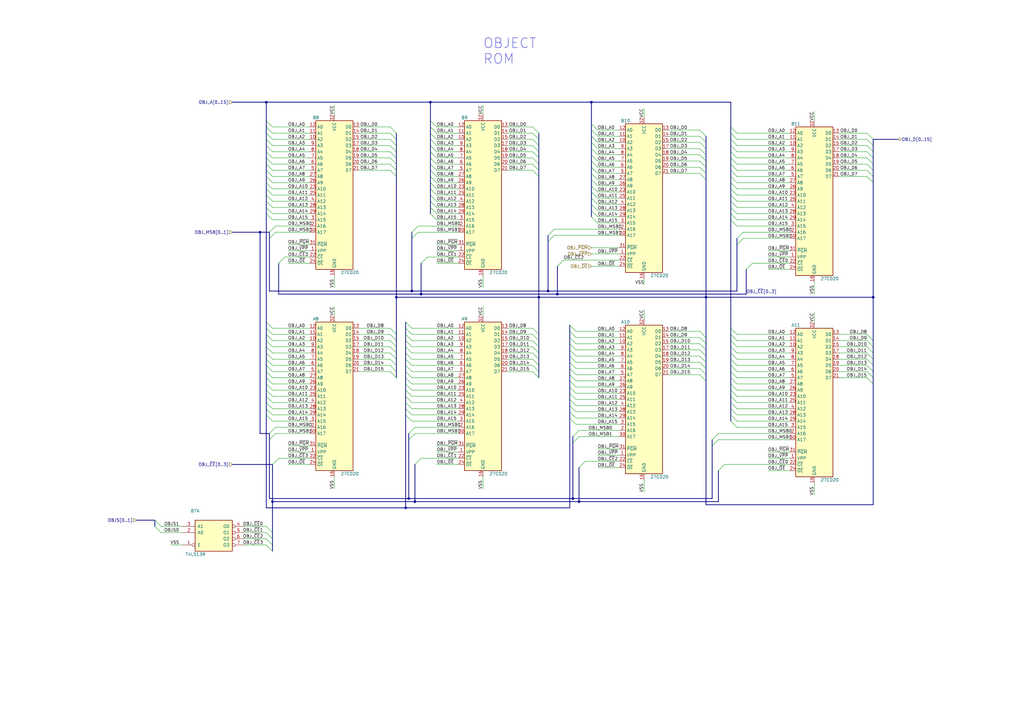
<source format=kicad_sch>
(kicad_sch (version 20211123) (generator eeschema)
  (paper "A3")
  (title_block (title "System 18") (date "2022-03-18") (rev "José Tejada G.") (company "JOTEGO") (comment 1 "Esperanza Triana"))
  (junction (at 176.53 41.91))
  (junction (at 170.18 205.74))
  (junction (at 228.6 120.65))
  (junction (at 242.57 41.91))
  (junction (at 162.56 121.92))
  (junction (at 111.76 205.74))
  (junction (at 106.68 95.25))
  (junction (at 234.95 204.47))
  (junction (at 172.72 120.65))
  (junction (at 224.79 119.38))
  (junction (at 220.98 121.92))
  (junction (at 109.22 41.91))
  (junction (at 289.56 121.92))
  (junction (at 358.14 121.92))
  (junction (at 166.37 208.28))
  (junction (at 167.64 204.47))
  (junction (at 237.49 205.74))
  (junction (at 168.91 119.38))
  (bus_entry (at 299.72 57.15) (size 2.54 2.54))
  (bus_entry (at 299.72 144.78) (size 2.54 2.54))
  (bus_entry (at 109.22 80.01) (size 2.54 2.54))
  (bus_entry (at 176.53 64.77) (size 2.54 2.54))
  (bus_entry (at 109.22 49.53) (size 2.54 2.54))
  (bus_entry (at 111.76 190.5) (size 2.54 -2.54))
  (bus_entry (at 176.53 57.15) (size 2.54 2.54))
  (bus_entry (at 355.6 137.16) (size 2.54 2.54))
  (bus_entry (at 242.57 55.88) (size 2.54 2.54))
  (bus_entry (at 109.22 220.98) (size 2.54 2.54))
  (bus_entry (at 287.02 66.04) (size 2.54 2.54))
  (bus_entry (at 109.22 160.02) (size 2.54 2.54))
  (bus_entry (at 233.68 153.67) (size 2.54 2.54))
  (bus_entry (at 233.68 138.43) (size 2.54 2.54))
  (bus_entry (at 176.53 77.47) (size 2.54 2.54))
  (bus_entry (at 287.02 138.43) (size 2.54 2.54))
  (bus_entry (at 233.68 135.89) (size 2.54 2.54))
  (bus_entry (at 355.6 149.86) (size 2.54 2.54))
  (bus_entry (at 109.22 82.55) (size 2.54 2.54))
  (bus_entry (at 355.6 147.32) (size 2.54 2.54))
  (bus_entry (at 233.68 161.29) (size 2.54 2.54))
  (bus_entry (at 160.02 64.77) (size 2.54 2.54))
  (bus_entry (at 114.3 107.95) (size 2.54 -2.54))
  (bus_entry (at 166.37 147.32) (size 2.54 2.54))
  (bus_entry (at 166.37 139.7) (size 2.54 2.54))
  (bus_entry (at 287.02 143.51) (size 2.54 2.54))
  (bus_entry (at 299.72 152.4) (size 2.54 2.54))
  (bus_entry (at 218.44 54.61) (size 2.54 2.54))
  (bus_entry (at 109.22 57.15) (size 2.54 2.54))
  (bus_entry (at 166.37 167.64) (size 2.54 2.54))
  (bus_entry (at 109.22 149.86) (size 2.54 2.54))
  (bus_entry (at 299.72 87.63) (size 2.54 2.54))
  (bus_entry (at 160.02 67.31) (size 2.54 2.54))
  (bus_entry (at 299.72 67.31) (size 2.54 2.54))
  (bus_entry (at 218.44 67.31) (size 2.54 2.54))
  (bus_entry (at 355.6 152.4) (size 2.54 2.54))
  (bus_entry (at 166.37 137.16) (size 2.54 2.54))
  (bus_entry (at 242.57 71.12) (size 2.54 2.54))
  (bus_entry (at 109.22 85.09) (size 2.54 2.54))
  (bus_entry (at 109.22 218.44) (size 2.54 2.54))
  (bus_entry (at 160.02 57.15) (size 2.54 2.54))
  (bus_entry (at 355.6 59.69) (size 2.54 2.54))
  (bus_entry (at 299.72 154.94) (size 2.54 2.54))
  (bus_entry (at 224.79 96.52) (size 2.54 -2.54))
  (bus_entry (at 160.02 62.23) (size 2.54 2.54))
  (bus_entry (at 299.72 142.24) (size 2.54 2.54))
  (bus_entry (at 287.02 153.67) (size 2.54 2.54))
  (bus_entry (at 287.02 58.42) (size 2.54 2.54))
  (bus_entry (at 160.02 69.85) (size 2.54 2.54))
  (bus_entry (at 233.68 148.59) (size 2.54 2.54))
  (bus_entry (at 176.53 59.69) (size 2.54 2.54))
  (bus_entry (at 218.44 57.15) (size 2.54 2.54))
  (bus_entry (at 176.53 62.23) (size 2.54 2.54))
  (bus_entry (at 109.22 67.31) (size 2.54 2.54))
  (bus_entry (at 166.37 152.4) (size 2.54 2.54))
  (bus_entry (at 218.44 137.16) (size 2.54 2.54))
  (bus_entry (at 109.22 137.16) (size 2.54 2.54))
  (bus_entry (at 233.68 143.51) (size 2.54 2.54))
  (bus_entry (at 110.49 95.25) (size 2.54 -2.54))
  (bus_entry (at 299.72 165.1) (size 2.54 2.54))
  (bus_entry (at 176.53 72.39) (size 2.54 2.54))
  (bus_entry (at 218.44 149.86) (size 2.54 2.54))
  (bus_entry (at 242.57 73.66) (size 2.54 2.54))
  (bus_entry (at 299.72 172.72) (size 2.54 2.54))
  (bus_entry (at 302.26 100.33) (size 2.54 -2.54))
  (bus_entry (at 109.22 74.93) (size 2.54 2.54))
  (bus_entry (at 168.91 95.25) (size 2.54 -2.54))
  (bus_entry (at 160.02 147.32) (size 2.54 2.54))
  (bus_entry (at 109.22 72.39) (size 2.54 2.54))
  (bus_entry (at 242.57 66.04) (size 2.54 2.54))
  (bus_entry (at 172.72 107.95) (size 2.54 -2.54))
  (bus_entry (at 234.95 179.07) (size 2.54 -2.54))
  (bus_entry (at 287.02 148.59) (size 2.54 2.54))
  (bus_entry (at 237.49 191.77) (size 2.54 -2.54))
  (bus_entry (at 242.57 60.96) (size 2.54 2.54))
  (bus_entry (at 166.37 142.24) (size 2.54 2.54))
  (bus_entry (at 160.02 52.07) (size 2.54 2.54))
  (bus_entry (at 299.72 74.93) (size 2.54 2.54))
  (bus_entry (at 233.68 151.13) (size 2.54 2.54))
  (bus_entry (at 302.26 97.79) (size 2.54 -2.54))
  (bus_entry (at 176.53 67.31) (size 2.54 2.54))
  (bus_entry (at 287.02 135.89) (size 2.54 2.54))
  (bus_entry (at 287.02 60.96) (size 2.54 2.54))
  (bus_entry (at 176.53 52.07) (size 2.54 2.54))
  (bus_entry (at 109.22 139.7) (size 2.54 2.54))
  (bus_entry (at 176.53 80.01) (size 2.54 2.54))
  (bus_entry (at 299.72 134.62) (size 2.54 2.54))
  (bus_entry (at 160.02 59.69) (size 2.54 2.54))
  (bus_entry (at 355.6 144.78) (size 2.54 2.54))
  (bus_entry (at 355.6 69.85) (size 2.54 2.54))
  (bus_entry (at 166.37 149.86) (size 2.54 2.54))
  (bus_entry (at 109.22 147.32) (size 2.54 2.54))
  (bus_entry (at 166.37 144.78) (size 2.54 2.54))
  (bus_entry (at 109.22 152.4) (size 2.54 2.54))
  (bus_entry (at 110.49 97.79) (size 2.54 -2.54))
  (bus_entry (at 233.68 168.91) (size 2.54 2.54))
  (bus_entry (at 110.49 177.8) (size 2.54 -2.54))
  (bus_entry (at 176.53 49.53) (size 2.54 2.54))
  (bus_entry (at 299.72 162.56) (size 2.54 2.54))
  (bus_entry (at 167.64 177.8) (size 2.54 -2.54))
  (bus_entry (at 224.79 99.06) (size 2.54 -2.54))
  (bus_entry (at 355.6 54.61) (size 2.54 2.54))
  (bus_entry (at 355.6 154.94) (size 2.54 2.54))
  (bus_entry (at 233.68 146.05) (size 2.54 2.54))
  (bus_entry (at 160.02 142.24) (size 2.54 2.54))
  (bus_entry (at 218.44 62.23) (size 2.54 2.54))
  (bus_entry (at 218.44 59.69) (size 2.54 2.54))
  (bus_entry (at 292.1 180.34) (size 2.54 -2.54))
  (bus_entry (at 109.22 223.52) (size 2.54 2.54))
  (bus_entry (at 299.72 85.09) (size 2.54 2.54))
  (bus_entry (at 355.6 64.77) (size 2.54 2.54))
  (bus_entry (at 299.72 72.39) (size 2.54 2.54))
  (bus_entry (at 242.57 68.58) (size 2.54 2.54))
  (bus_entry (at 287.02 55.88) (size 2.54 2.54))
  (bus_entry (at 355.6 62.23) (size 2.54 2.54))
  (bus_entry (at 299.72 157.48) (size 2.54 2.54))
  (bus_entry (at 109.22 144.78) (size 2.54 2.54))
  (bus_entry (at 228.6 109.22) (size 2.54 -2.54))
  (bus_entry (at 242.57 76.2) (size 2.54 2.54))
  (bus_entry (at 109.22 162.56) (size 2.54 2.54))
  (bus_entry (at 109.22 87.63) (size 2.54 2.54))
  (bus_entry (at 299.72 149.86) (size 2.54 2.54))
  (bus_entry (at 166.37 165.1) (size 2.54 2.54))
  (bus_entry (at 170.18 190.5) (size 2.54 -2.54))
  (bus_entry (at 160.02 137.16) (size 2.54 2.54))
  (bus_entry (at 63.5 215.9) (size 2.54 2.54))
  (bus_entry (at 218.44 147.32) (size 2.54 2.54))
  (bus_entry (at 287.02 146.05) (size 2.54 2.54))
  (bus_entry (at 109.22 215.9) (size 2.54 2.54))
  (bus_entry (at 218.44 64.77) (size 2.54 2.54))
  (bus_entry (at 287.02 63.5) (size 2.54 2.54))
  (bus_entry (at 233.68 156.21) (size 2.54 2.54))
  (bus_entry (at 109.22 62.23) (size 2.54 2.54))
  (bus_entry (at 299.72 90.17) (size 2.54 2.54))
  (bus_entry (at 218.44 52.07) (size 2.54 2.54))
  (bus_entry (at 242.57 53.34) (size 2.54 2.54))
  (bus_entry (at 218.44 152.4) (size 2.54 2.54))
  (bus_entry (at 299.72 170.18) (size 2.54 2.54))
  (bus_entry (at 242.57 86.36) (size 2.54 2.54))
  (bus_entry (at 306.07 110.49) (size 2.54 -2.54))
  (bus_entry (at 218.44 69.85) (size 2.54 2.54))
  (bus_entry (at 234.95 181.61) (size 2.54 -2.54))
  (bus_entry (at 233.68 163.83) (size 2.54 2.54))
  (bus_entry (at 109.22 77.47) (size 2.54 2.54))
  (bus_entry (at 166.37 134.62) (size 2.54 2.54))
  (bus_entry (at 109.22 59.69) (size 2.54 2.54))
  (bus_entry (at 355.6 139.7) (size 2.54 2.54))
  (bus_entry (at 109.22 157.48) (size 2.54 2.54))
  (bus_entry (at 109.22 154.94) (size 2.54 2.54))
  (bus_entry (at 160.02 134.62) (size 2.54 2.54))
  (bus_entry (at 166.37 160.02) (size 2.54 2.54))
  (bus_entry (at 287.02 53.34) (size 2.54 2.54))
  (bus_entry (at 355.6 72.39) (size 2.54 2.54))
  (bus_entry (at 299.72 54.61) (size 2.54 2.54))
  (bus_entry (at 168.91 97.79) (size 2.54 -2.54))
  (bus_entry (at 233.68 166.37) (size 2.54 2.54))
  (bus_entry (at 176.53 85.09) (size 2.54 2.54))
  (bus_entry (at 176.53 69.85) (size 2.54 2.54))
  (bus_entry (at 242.57 78.74) (size 2.54 2.54))
  (bus_entry (at 63.5 213.36) (size 2.54 2.54))
  (bus_entry (at 109.22 54.61) (size 2.54 2.54))
  (bus_entry (at 109.22 134.62) (size 2.54 2.54))
  (bus_entry (at 299.72 160.02) (size 2.54 2.54))
  (bus_entry (at 299.72 139.7) (size 2.54 2.54))
  (bus_entry (at 109.22 167.64) (size 2.54 2.54))
  (bus_entry (at 160.02 139.7) (size 2.54 2.54))
  (bus_entry (at 166.37 132.08) (size 2.54 2.54))
  (bus_entry (at 109.22 142.24) (size 2.54 2.54))
  (bus_entry (at 176.53 54.61) (size 2.54 2.54))
  (bus_entry (at 242.57 50.8) (size 2.54 2.54))
  (bus_entry (at 218.44 139.7) (size 2.54 2.54))
  (bus_entry (at 299.72 59.69) (size 2.54 2.54))
  (bus_entry (at 355.6 142.24) (size 2.54 2.54))
  (bus_entry (at 287.02 68.58) (size 2.54 2.54))
  (bus_entry (at 160.02 149.86) (size 2.54 2.54))
  (bus_entry (at 299.72 82.55) (size 2.54 2.54))
  (bus_entry (at 109.22 170.18) (size 2.54 2.54))
  (bus_entry (at 160.02 54.61) (size 2.54 2.54))
  (bus_entry (at 166.37 162.56) (size 2.54 2.54))
  (bus_entry (at 176.53 74.93) (size 2.54 2.54))
  (bus_entry (at 109.22 52.07) (size 2.54 2.54))
  (bus_entry (at 242.57 81.28) (size 2.54 2.54))
  (bus_entry (at 233.68 140.97) (size 2.54 2.54))
  (bus_entry (at 166.37 170.18) (size 2.54 2.54))
  (bus_entry (at 166.37 157.48) (size 2.54 2.54))
  (bus_entry (at 160.02 152.4) (size 2.54 2.54))
  (bus_entry (at 299.72 77.47) (size 2.54 2.54))
  (bus_entry (at 299.72 62.23) (size 2.54 2.54))
  (bus_entry (at 299.72 147.32) (size 2.54 2.54))
  (bus_entry (at 109.22 69.85) (size 2.54 2.54))
  (bus_entry (at 242.57 63.5) (size 2.54 2.54))
  (bus_entry (at 160.02 144.78) (size 2.54 2.54))
  (bus_entry (at 294.64 193.04) (size 2.54 -2.54))
  (bus_entry (at 109.22 64.77) (size 2.54 2.54))
  (bus_entry (at 166.37 154.94) (size 2.54 2.54))
  (bus_entry (at 233.68 171.45) (size 2.54 2.54))
  (bus_entry (at 218.44 134.62) (size 2.54 2.54))
  (bus_entry (at 299.72 52.07) (size 2.54 2.54))
  (bus_entry (at 287.02 140.97) (size 2.54 2.54))
  (bus_entry (at 299.72 137.16) (size 2.54 2.54))
  (bus_entry (at 233.68 158.75) (size 2.54 2.54))
  (bus_entry (at 242.57 83.82) (size 2.54 2.54))
  (bus_entry (at 292.1 182.88) (size 2.54 -2.54))
  (bus_entry (at 355.6 67.31) (size 2.54 2.54))
  (bus_entry (at 287.02 151.13) (size 2.54 2.54))
  (bus_entry (at 287.02 71.12) (size 2.54 2.54))
  (bus_entry (at 299.72 64.77) (size 2.54 2.54))
  (bus_entry (at 242.57 58.42) (size 2.54 2.54))
  (bus_entry (at 167.64 180.34) (size 2.54 -2.54))
  (bus_entry (at 299.72 167.64) (size 2.54 2.54))
  (bus_entry (at 109.22 132.08) (size 2.54 2.54))
  (bus_entry (at 355.6 57.15) (size 2.54 2.54))
  (bus_entry (at 110.49 180.34) (size 2.54 -2.54))
  (bus_entry (at 299.72 69.85) (size 2.54 2.54))
  (bus_entry (at 233.68 133.35) (size 2.54 2.54))
  (bus_entry (at 242.57 88.9) (size 2.54 2.54))
  (bus_entry (at 218.44 144.78) (size 2.54 2.54))
  (bus_entry (at 176.53 82.55) (size 2.54 2.54))
  (bus_entry (at 299.72 80.01) (size 2.54 2.54))
  (bus_entry (at 109.22 165.1) (size 2.54 2.54))
  (bus_entry (at 176.53 87.63) (size 2.54 2.54))
  (bus_entry (at 218.44 142.24) (size 2.54 2.54))
  (bus (pts (xy 109.22 80.01) (xy 109.22 82.55)))
  (wire (pts (xy 302.26 149.86) (xy 323.85 149.86)))
  (bus (pts (xy 299.72 82.55) (xy 299.72 85.09)))
  (wire (pts (xy 302.26 172.72) (xy 323.85 172.72)))
  (bus (pts (xy 162.56 137.16) (xy 162.56 139.7)))
  (wire (pts (xy 127 102.87) (xy 118.11 102.87)))
  (bus (pts (xy 224.79 119.38) (xy 302.26 119.38)))
  (bus (pts (xy 289.56 73.66) (xy 289.56 121.92)))
  (bus (pts (xy 109.22 137.16) (xy 109.22 139.7)))
  (bus (pts (xy 220.98 149.86) (xy 220.98 152.4)))
  (bus (pts (xy 292.1 180.34) (xy 292.1 182.88)))
  (bus (pts (xy 110.49 177.8) (xy 106.68 177.8)))
  (bus (pts (xy 358.14 64.77) (xy 358.14 67.31)))
  (bus (pts (xy 228.6 120.65) (xy 228.6 109.22)))
  (bus (pts (xy 162.56 149.86) (xy 162.56 152.4)))
  (wire (pts (xy 334.01 115.57) (xy 334.01 120.65)))
  (bus (pts (xy 109.22 134.62) (xy 109.22 137.16)))
  (wire (pts (xy 100.33 220.98) (xy 109.22 220.98)))
  (wire (pts (xy 323.85 185.42) (xy 314.96 185.42)))
  (bus (pts (xy 358.14 57.15) (xy 358.14 59.69)))
  (wire (pts (xy 168.91 167.64) (xy 187.96 167.64)))
  (bus (pts (xy 242.57 60.96) (xy 242.57 63.5)))
  (bus (pts (xy 170.18 205.74) (xy 111.76 205.74)))
  (wire (pts (xy 242.57 101.6) (xy 254 101.6)))
  (bus (pts (xy 162.56 64.77) (xy 162.56 67.31)))
  (wire (pts (xy 168.91 172.72) (xy 187.96 172.72)))
  (wire (pts (xy 118.11 107.95) (xy 127 107.95)))
  (wire (pts (xy 302.26 67.31) (xy 323.85 67.31)))
  (bus (pts (xy 166.37 152.4) (xy 166.37 154.94)))
  (bus (pts (xy 220.98 62.23) (xy 220.98 64.77)))
  (bus (pts (xy 166.37 149.86) (xy 166.37 152.4)))
  (wire (pts (xy 355.6 147.32) (xy 344.17 147.32)))
  (wire (pts (xy 179.07 82.55) (xy 187.96 82.55)))
  (bus (pts (xy 109.22 52.07) (xy 109.22 54.61)))
  (bus (pts (xy 170.18 205.74) (xy 170.18 190.5)))
  (wire (pts (xy 287.02 148.59) (xy 274.32 148.59)))
  (bus (pts (xy 299.72 152.4) (xy 299.72 154.94)))
  (bus (pts (xy 242.57 66.04) (xy 242.57 68.58)))
  (bus (pts (xy 299.72 57.15) (xy 299.72 59.69)))
  (wire (pts (xy 168.91 152.4) (xy 187.96 152.4)))
  (bus (pts (xy 162.56 152.4) (xy 162.56 154.94)))
  (wire (pts (xy 160.02 52.07) (xy 147.32 52.07)))
  (bus (pts (xy 63.5 215.9) (xy 63.5 213.36)))
  (wire (pts (xy 171.45 92.71) (xy 187.96 92.71)))
  (wire (pts (xy 118.11 190.5) (xy 127 190.5)))
  (bus (pts (xy 289.56 58.42) (xy 289.56 60.96)))
  (wire (pts (xy 264.16 48.26) (xy 264.16 44.45)))
  (wire (pts (xy 187.96 102.87) (xy 179.07 102.87)))
  (wire (pts (xy 287.02 66.04) (xy 274.32 66.04)))
  (wire (pts (xy 111.76 90.17) (xy 127 90.17)))
  (wire (pts (xy 236.22 158.75) (xy 254 158.75)))
  (bus (pts (xy 220.98 59.69) (xy 220.98 62.23)))
  (wire (pts (xy 74.93 218.44) (xy 66.04 218.44)))
  (bus (pts (xy 109.22 69.85) (xy 109.22 72.39)))
  (bus (pts (xy 166.37 170.18) (xy 166.37 208.28)))
  (wire (pts (xy 245.11 88.9) (xy 254 88.9)))
  (wire (pts (xy 236.22 146.05) (xy 254 146.05)))
  (bus (pts (xy 299.72 162.56) (xy 299.72 165.1)))
  (bus (pts (xy 109.22 142.24) (xy 109.22 144.78)))
  (wire (pts (xy 198.12 195.58) (xy 198.12 200.66)))
  (wire (pts (xy 168.91 144.78) (xy 187.96 144.78)))
  (wire (pts (xy 302.26 142.24) (xy 323.85 142.24)))
  (bus (pts (xy 358.14 62.23) (xy 358.14 64.77)))
  (bus (pts (xy 109.22 165.1) (xy 109.22 167.64)))
  (wire (pts (xy 236.22 173.99) (xy 254 173.99)))
  (wire (pts (xy 111.76 152.4) (xy 127 152.4)))
  (wire (pts (xy 168.91 170.18) (xy 187.96 170.18)))
  (wire (pts (xy 236.22 156.21) (xy 254 156.21)))
  (bus (pts (xy 224.79 96.52) (xy 224.79 99.06)))
  (bus (pts (xy 358.14 139.7) (xy 358.14 142.24)))
  (wire (pts (xy 168.91 142.24) (xy 187.96 142.24)))
  (bus (pts (xy 289.56 156.21) (xy 289.56 207.01)))
  (wire (pts (xy 287.02 71.12) (xy 274.32 71.12)))
  (wire (pts (xy 245.11 73.66) (xy 254 73.66)))
  (bus (pts (xy 358.14 157.48) (xy 358.14 207.01)))
  (wire (pts (xy 302.26 92.71) (xy 323.85 92.71)))
  (bus (pts (xy 176.53 80.01) (xy 176.53 82.55)))
  (bus (pts (xy 109.22 160.02) (xy 109.22 162.56)))
  (bus (pts (xy 109.22 82.55) (xy 109.22 85.09)))
  (wire (pts (xy 127 182.88) (xy 118.11 182.88)))
  (wire (pts (xy 237.49 179.07) (xy 254 179.07)))
  (wire (pts (xy 160.02 64.77) (xy 147.32 64.77)))
  (wire (pts (xy 170.18 177.8) (xy 187.96 177.8)))
  (bus (pts (xy 299.72 139.7) (xy 299.72 142.24)))
  (bus (pts (xy 162.56 144.78) (xy 162.56 147.32)))
  (wire (pts (xy 127 185.42) (xy 118.11 185.42)))
  (wire (pts (xy 236.22 168.91) (xy 254 168.91)))
  (wire (pts (xy 218.44 152.4) (xy 208.28 152.4)))
  (bus (pts (xy 111.76 205.74) (xy 111.76 190.5)))
  (wire (pts (xy 245.11 83.82) (xy 254 83.82)))
  (wire (pts (xy 160.02 69.85) (xy 147.32 69.85)))
  (wire (pts (xy 137.16 113.03) (xy 137.16 118.11)))
  (wire (pts (xy 302.26 139.7) (xy 323.85 139.7)))
  (wire (pts (xy 111.76 87.63) (xy 127 87.63)))
  (bus (pts (xy 299.72 72.39) (xy 299.72 74.93)))
  (wire (pts (xy 160.02 152.4) (xy 147.32 152.4)))
  (wire (pts (xy 168.91 160.02) (xy 187.96 160.02)))
  (bus (pts (xy 234.95 181.61) (xy 234.95 204.47)))
  (wire (pts (xy 100.33 218.44) (xy 109.22 218.44)))
  (bus (pts (xy 109.22 64.77) (xy 109.22 67.31)))
  (wire (pts (xy 218.44 67.31) (xy 208.28 67.31)))
  (wire (pts (xy 236.22 138.43) (xy 254 138.43)))
  (wire (pts (xy 236.22 148.59) (xy 254 148.59)))
  (bus (pts (xy 299.72 59.69) (xy 299.72 62.23)))
  (wire (pts (xy 179.07 64.77) (xy 187.96 64.77)))
  (wire (pts (xy 302.26 167.64) (xy 323.85 167.64)))
  (wire (pts (xy 302.26 170.18) (xy 323.85 170.18)))
  (bus (pts (xy 289.56 151.13) (xy 289.56 153.67)))
  (bus (pts (xy 233.68 148.59) (xy 233.68 151.13)))
  (bus (pts (xy 289.56 68.58) (xy 289.56 71.12)))
  (bus (pts (xy 358.14 147.32) (xy 358.14 149.86)))
  (wire (pts (xy 302.26 72.39) (xy 323.85 72.39)))
  (wire (pts (xy 127 100.33) (xy 118.11 100.33)))
  (bus (pts (xy 176.53 74.93) (xy 176.53 77.47)))
  (bus (pts (xy 220.98 54.61) (xy 220.98 57.15)))
  (bus (pts (xy 111.76 218.44) (xy 111.76 220.98)))
  (bus (pts (xy 162.56 59.69) (xy 162.56 62.23)))
  (wire (pts (xy 355.6 69.85) (xy 344.17 69.85)))
  (wire (pts (xy 287.02 60.96) (xy 274.32 60.96)))
  (wire (pts (xy 111.76 67.31) (xy 127 67.31)))
  (bus (pts (xy 233.68 158.75) (xy 233.68 161.29)))
  (bus (pts (xy 176.53 69.85) (xy 176.53 72.39)))
  (wire (pts (xy 111.76 157.48) (xy 127 157.48)))
  (bus (pts (xy 220.98 121.92) (xy 289.56 121.92)))
  (wire (pts (xy 111.76 142.24) (xy 127 142.24)))
  (bus (pts (xy 299.72 157.48) (xy 299.72 160.02)))
  (bus (pts (xy 109.22 62.23) (xy 109.22 64.77)))
  (wire (pts (xy 74.93 223.52) (xy 69.85 223.52)))
  (bus (pts (xy 299.72 62.23) (xy 299.72 64.77)))
  (bus (pts (xy 162.56 69.85) (xy 162.56 72.39)))
  (bus (pts (xy 172.72 120.65) (xy 172.72 107.95)))
  (wire (pts (xy 355.6 137.16) (xy 344.17 137.16)))
  (wire (pts (xy 179.07 190.5) (xy 187.96 190.5)))
  (bus (pts (xy 299.72 80.01) (xy 299.72 82.55)))
  (wire (pts (xy 160.02 62.23) (xy 147.32 62.23)))
  (wire (pts (xy 302.26 147.32) (xy 323.85 147.32)))
  (wire (pts (xy 111.76 160.02) (xy 127 160.02)))
  (bus (pts (xy 109.22 54.61) (xy 109.22 57.15)))
  (bus (pts (xy 299.72 74.93) (xy 299.72 77.47)))
  (wire (pts (xy 302.26 64.77) (xy 323.85 64.77)))
  (wire (pts (xy 168.91 162.56) (xy 187.96 162.56)))
  (bus (pts (xy 162.56 67.31) (xy 162.56 69.85)))
  (bus (pts (xy 233.68 171.45) (xy 233.68 208.28)))
  (wire (pts (xy 160.02 149.86) (xy 147.32 149.86)))
  (bus (pts (xy 220.98 144.78) (xy 220.98 147.32)))
  (bus (pts (xy 106.68 95.25) (xy 106.68 177.8)))
  (wire (pts (xy 175.26 105.41) (xy 187.96 105.41)))
  (bus (pts (xy 162.56 121.92) (xy 162.56 137.16)))
  (bus (pts (xy 162.56 72.39) (xy 162.56 121.92)))
  (wire (pts (xy 302.26 74.93) (xy 323.85 74.93)))
  (bus (pts (xy 299.72 170.18) (xy 299.72 172.72)))
  (wire (pts (xy 355.6 144.78) (xy 344.17 144.78)))
  (wire (pts (xy 218.44 62.23) (xy 208.28 62.23)))
  (bus (pts (xy 289.56 60.96) (xy 289.56 63.5)))
  (wire (pts (xy 218.44 142.24) (xy 208.28 142.24)))
  (bus (pts (xy 242.57 81.28) (xy 242.57 83.82)))
  (wire (pts (xy 179.07 90.17) (xy 187.96 90.17)))
  (wire (pts (xy 218.44 134.62) (xy 208.28 134.62)))
  (wire (pts (xy 236.22 151.13) (xy 254 151.13)))
  (wire (pts (xy 218.44 57.15) (xy 208.28 57.15)))
  (bus (pts (xy 166.37 165.1) (xy 166.37 167.64)))
  (wire (pts (xy 218.44 149.86) (xy 208.28 149.86)))
  (bus (pts (xy 109.22 87.63) (xy 109.22 132.08)))
  (wire (pts (xy 245.11 55.88) (xy 254 55.88)))
  (bus (pts (xy 242.57 71.12) (xy 242.57 73.66)))
  (wire (pts (xy 109.22 223.52) (xy 100.33 223.52)))
  (bus (pts (xy 176.53 82.55) (xy 176.53 85.09)))
  (bus (pts (xy 109.22 170.18) (xy 109.22 208.28)))
  (bus (pts (xy 289.56 207.01) (xy 358.14 207.01)))
  (bus (pts (xy 166.37 134.62) (xy 166.37 137.16)))
  (wire (pts (xy 111.76 57.15) (xy 127 57.15)))
  (wire (pts (xy 236.22 143.51) (xy 254 143.51)))
  (bus (pts (xy 292.1 182.88) (xy 292.1 204.47)))
  (bus (pts (xy 111.76 190.5) (xy 95.25 190.5)))
  (wire (pts (xy 111.76 77.47) (xy 127 77.47)))
  (wire (pts (xy 227.33 93.98) (xy 254 93.98)))
  (wire (pts (xy 302.26 152.4) (xy 323.85 152.4)))
  (bus (pts (xy 233.68 166.37) (xy 233.68 168.91)))
  (bus (pts (xy 109.22 149.86) (xy 109.22 152.4)))
  (bus (pts (xy 233.68 156.21) (xy 233.68 158.75)))
  (wire (pts (xy 323.85 102.87) (xy 314.96 102.87)))
  (bus (pts (xy 242.57 68.58) (xy 242.57 71.12)))
  (bus (pts (xy 176.53 72.39) (xy 176.53 74.93)))
  (wire (pts (xy 111.76 59.69) (xy 127 59.69)))
  (bus (pts (xy 109.22 152.4) (xy 109.22 154.94)))
  (bus (pts (xy 299.72 134.62) (xy 299.72 137.16)))
  (bus (pts (xy 233.68 143.51) (xy 233.68 146.05)))
  (wire (pts (xy 137.16 195.58) (xy 137.16 200.66)))
  (wire (pts (xy 111.76 80.01) (xy 127 80.01)))
  (wire (pts (xy 240.03 189.23) (xy 254 189.23)))
  (wire (pts (xy 160.02 137.16) (xy 147.32 137.16)))
  (wire (pts (xy 302.26 57.15) (xy 323.85 57.15)))
  (bus (pts (xy 166.37 139.7) (xy 166.37 142.24)))
  (wire (pts (xy 245.11 86.36) (xy 254 86.36)))
  (wire (pts (xy 137.16 129.54) (xy 137.16 125.73)))
  (wire (pts (xy 287.02 68.58) (xy 274.32 68.58)))
  (wire (pts (xy 302.26 162.56) (xy 323.85 162.56)))
  (bus (pts (xy 109.22 72.39) (xy 109.22 74.93)))
  (bus (pts (xy 220.98 69.85) (xy 220.98 72.39)))
  (bus (pts (xy 242.57 76.2) (xy 242.57 78.74)))
  (wire (pts (xy 231.14 106.68) (xy 254 106.68)))
  (wire (pts (xy 111.76 74.93) (xy 127 74.93)))
  (bus (pts (xy 220.98 72.39) (xy 220.98 121.92)))
  (wire (pts (xy 237.49 176.53) (xy 254 176.53)))
  (wire (pts (xy 111.76 172.72) (xy 127 172.72)))
  (bus (pts (xy 242.57 63.5) (xy 242.57 66.04)))
  (wire (pts (xy 334.01 49.53) (xy 334.01 45.72)))
  (wire (pts (xy 187.96 182.88) (xy 179.07 182.88)))
  (wire (pts (xy 111.76 85.09) (xy 127 85.09)))
  (wire (pts (xy 113.03 177.8) (xy 127 177.8)))
  (bus (pts (xy 109.22 74.93) (xy 109.22 77.47)))
  (bus (pts (xy 289.56 121.92) (xy 358.14 121.92)))
  (bus (pts (xy 220.98 147.32) (xy 220.98 149.86)))
  (bus (pts (xy 358.14 149.86) (xy 358.14 152.4)))
  (wire (pts (xy 264.16 130.81) (xy 264.16 127)))
  (wire (pts (xy 168.91 137.16) (xy 187.96 137.16)))
  (wire (pts (xy 242.57 109.22) (xy 254 109.22)))
  (bus (pts (xy 237.49 205.74) (xy 237.49 191.77)))
  (bus (pts (xy 162.56 139.7) (xy 162.56 142.24)))
  (bus (pts (xy 242.57 73.66) (xy 242.57 76.2)))
  (wire (pts (xy 302.26 54.61) (xy 323.85 54.61)))
  (bus (pts (xy 242.57 58.42) (xy 242.57 60.96)))
  (bus (pts (xy 168.91 95.25) (xy 168.91 97.79)))
  (wire (pts (xy 170.18 175.26) (xy 187.96 175.26)))
  (bus (pts (xy 233.68 161.29) (xy 233.68 163.83)))
  (wire (pts (xy 302.26 62.23) (xy 323.85 62.23)))
  (wire (pts (xy 334.01 132.08) (xy 334.01 128.27)))
  (wire (pts (xy 302.26 77.47) (xy 323.85 77.47)))
  (wire (pts (xy 304.8 97.79) (xy 323.85 97.79)))
  (bus (pts (xy 294.64 205.74) (xy 237.49 205.74)))
  (bus (pts (xy 167.64 177.8) (xy 167.64 180.34)))
  (wire (pts (xy 245.11 91.44) (xy 254 91.44)))
  (bus (pts (xy 176.53 52.07) (xy 176.53 54.61)))
  (wire (pts (xy 111.76 149.86) (xy 127 149.86)))
  (wire (pts (xy 245.11 191.77) (xy 254 191.77)))
  (wire (pts (xy 179.07 67.31) (xy 187.96 67.31)))
  (wire (pts (xy 302.26 59.69) (xy 323.85 59.69)))
  (wire (pts (xy 160.02 57.15) (xy 147.32 57.15)))
  (bus (pts (xy 233.68 140.97) (xy 233.68 143.51)))
  (bus (pts (xy 109.22 41.91) (xy 176.53 41.91)))
  (wire (pts (xy 111.76 137.16) (xy 127 137.16)))
  (wire (pts (xy 168.91 149.86) (xy 187.96 149.86)))
  (bus (pts (xy 162.56 54.61) (xy 162.56 57.15)))
  (bus (pts (xy 299.72 87.63) (xy 299.72 90.17)))
  (bus (pts (xy 233.68 133.35) (xy 233.68 135.89)))
  (bus (pts (xy 302.26 100.33) (xy 302.26 119.38)))
  (bus (pts (xy 220.98 152.4) (xy 220.98 154.94)))
  (bus (pts (xy 234.95 179.07) (xy 234.95 181.61)))
  (wire (pts (xy 304.8 95.25) (xy 323.85 95.25)))
  (bus (pts (xy 110.49 95.25) (xy 106.68 95.25)))
  (wire (pts (xy 245.11 81.28) (xy 254 81.28)))
  (bus (pts (xy 299.72 154.94) (xy 299.72 157.48)))
  (wire (pts (xy 137.16 46.99) (xy 137.16 43.18)))
  (bus (pts (xy 289.56 140.97) (xy 289.56 143.51)))
  (bus (pts (xy 233.68 151.13) (xy 233.68 153.67)))
  (wire (pts (xy 302.26 80.01) (xy 323.85 80.01)))
  (bus (pts (xy 289.56 63.5) (xy 289.56 66.04)))
  (wire (pts (xy 227.33 96.52) (xy 254 96.52)))
  (wire (pts (xy 287.02 138.43) (xy 274.32 138.43)))
  (bus (pts (xy 109.22 57.15) (xy 109.22 59.69)))
  (wire (pts (xy 287.02 63.5) (xy 274.32 63.5)))
  (bus (pts (xy 168.91 97.79) (xy 168.91 119.38)))
  (bus (pts (xy 176.53 77.47) (xy 176.53 80.01)))
  (wire (pts (xy 111.76 72.39) (xy 127 72.39)))
  (bus (pts (xy 167.64 204.47) (xy 234.95 204.47)))
  (bus (pts (xy 306.07 120.65) (xy 306.07 110.49)))
  (wire (pts (xy 168.91 139.7) (xy 187.96 139.7)))
  (wire (pts (xy 302.26 144.78) (xy 323.85 144.78)))
  (wire (pts (xy 245.11 58.42) (xy 254 58.42)))
  (wire (pts (xy 179.07 57.15) (xy 187.96 57.15)))
  (wire (pts (xy 179.07 52.07) (xy 187.96 52.07)))
  (bus (pts (xy 302.26 97.79) (xy 302.26 100.33)))
  (wire (pts (xy 245.11 68.58) (xy 254 68.58)))
  (bus (pts (xy 233.68 146.05) (xy 233.68 148.59)))
  (bus (pts (xy 233.68 135.89) (xy 233.68 138.43)))
  (wire (pts (xy 218.44 69.85) (xy 208.28 69.85)))
  (bus (pts (xy 176.53 57.15) (xy 176.53 59.69)))
  (wire (pts (xy 160.02 54.61) (xy 147.32 54.61)))
  (bus (pts (xy 233.68 138.43) (xy 233.68 140.97)))
  (bus (pts (xy 172.72 120.65) (xy 228.6 120.65)))
  (bus (pts (xy 358.14 144.78) (xy 358.14 147.32)))
  (wire (pts (xy 179.07 77.47) (xy 187.96 77.47)))
  (bus (pts (xy 176.53 41.91) (xy 176.53 49.53)))
  (wire (pts (xy 236.22 163.83) (xy 254 163.83)))
  (wire (pts (xy 242.57 104.14) (xy 254 104.14)))
  (bus (pts (xy 114.3 107.95) (xy 114.3 120.65)))
  (wire (pts (xy 287.02 151.13) (xy 274.32 151.13)))
  (bus (pts (xy 114.3 120.65) (xy 172.72 120.65)))
  (wire (pts (xy 218.44 59.69) (xy 208.28 59.69)))
  (wire (pts (xy 111.76 82.55) (xy 127 82.55)))
  (wire (pts (xy 302.26 165.1) (xy 323.85 165.1)))
  (bus (pts (xy 358.14 121.92) (xy 358.14 139.7)))
  (wire (pts (xy 355.6 149.86) (xy 344.17 149.86)))
  (wire (pts (xy 111.76 54.61) (xy 127 54.61)))
  (bus (pts (xy 166.37 167.64) (xy 166.37 170.18)))
  (wire (pts (xy 302.26 137.16) (xy 323.85 137.16)))
  (bus (pts (xy 242.57 78.74) (xy 242.57 81.28)))
  (wire (pts (xy 236.22 161.29) (xy 254 161.29)))
  (bus (pts (xy 166.37 132.08) (xy 166.37 134.62)))
  (wire (pts (xy 168.91 147.32) (xy 187.96 147.32)))
  (bus (pts (xy 299.72 67.31) (xy 299.72 69.85)))
  (bus (pts (xy 289.56 146.05) (xy 289.56 148.59)))
  (bus (pts (xy 106.68 95.25) (xy 95.25 95.25)))
  (bus (pts (xy 166.37 154.94) (xy 166.37 157.48)))
  (bus (pts (xy 289.56 55.88) (xy 289.56 58.42)))
  (bus (pts (xy 358.14 59.69) (xy 358.14 62.23)))
  (bus (pts (xy 166.37 157.48) (xy 166.37 160.02)))
  (wire (pts (xy 111.76 134.62) (xy 127 134.62)))
  (wire (pts (xy 287.02 153.67) (xy 274.32 153.67)))
  (bus (pts (xy 299.72 142.24) (xy 299.72 144.78)))
  (wire (pts (xy 113.03 175.26) (xy 127 175.26)))
  (wire (pts (xy 168.91 165.1) (xy 187.96 165.1)))
  (bus (pts (xy 358.14 57.15) (xy 368.3 57.15)))
  (wire (pts (xy 314.96 110.49) (xy 323.85 110.49)))
  (wire (pts (xy 218.44 139.7) (xy 208.28 139.7)))
  (bus (pts (xy 289.56 153.67) (xy 289.56 156.21)))
  (bus (pts (xy 111.76 205.74) (xy 111.76 218.44)))
  (wire (pts (xy 236.22 140.97) (xy 254 140.97)))
  (bus (pts (xy 220.98 142.24) (xy 220.98 144.78)))
  (wire (pts (xy 323.85 105.41) (xy 314.96 105.41)))
  (bus (pts (xy 294.64 193.04) (xy 294.64 205.74)))
  (bus (pts (xy 242.57 53.34) (xy 242.57 55.88)))
  (wire (pts (xy 355.6 139.7) (xy 344.17 139.7)))
  (bus (pts (xy 109.22 139.7) (xy 109.22 142.24)))
  (bus (pts (xy 299.72 144.78) (xy 299.72 147.32)))
  (bus (pts (xy 109.22 132.08) (xy 109.22 134.62)))
  (wire (pts (xy 355.6 152.4) (xy 344.17 152.4)))
  (bus (pts (xy 299.72 147.32) (xy 299.72 149.86)))
  (wire (pts (xy 245.11 53.34) (xy 254 53.34)))
  (wire (pts (xy 355.6 154.94) (xy 344.17 154.94)))
  (wire (pts (xy 264.16 196.85) (xy 264.16 201.93)))
  (wire (pts (xy 254 186.69) (xy 245.11 186.69)))
  (wire (pts (xy 245.11 63.5) (xy 254 63.5)))
  (wire (pts (xy 160.02 67.31) (xy 147.32 67.31)))
  (wire (pts (xy 334.01 198.12) (xy 334.01 203.2)))
  (bus (pts (xy 299.72 85.09) (xy 299.72 87.63)))
  (wire (pts (xy 179.07 85.09) (xy 187.96 85.09)))
  (wire (pts (xy 302.26 160.02) (xy 323.85 160.02)))
  (bus (pts (xy 220.98 139.7) (xy 220.98 142.24)))
  (bus (pts (xy 299.72 54.61) (xy 299.72 57.15)))
  (bus (pts (xy 289.56 143.51) (xy 289.56 146.05)))
  (bus (pts (xy 176.53 59.69) (xy 176.53 62.23)))
  (wire (pts (xy 355.6 64.77) (xy 344.17 64.77)))
  (bus (pts (xy 220.98 57.15) (xy 220.98 59.69)))
  (bus (pts (xy 358.14 142.24) (xy 358.14 144.78)))
  (wire (pts (xy 179.07 72.39) (xy 187.96 72.39)))
  (bus (pts (xy 109.22 147.32) (xy 109.22 149.86)))
  (wire (pts (xy 111.76 62.23) (xy 127 62.23)))
  (wire (pts (xy 245.11 71.12) (xy 254 71.12)))
  (wire (pts (xy 314.96 193.04) (xy 323.85 193.04)))
  (wire (pts (xy 302.26 175.26) (xy 323.85 175.26)))
  (wire (pts (xy 218.44 137.16) (xy 208.28 137.16)))
  (bus (pts (xy 109.22 41.91) (xy 109.22 49.53)))
  (bus (pts (xy 176.53 54.61) (xy 176.53 57.15)))
  (bus (pts (xy 233.68 163.83) (xy 233.68 166.37)))
  (bus (pts (xy 242.57 41.91) (xy 299.72 41.91)))
  (bus (pts (xy 358.14 152.4) (xy 358.14 154.94)))
  (bus (pts (xy 166.37 144.78) (xy 166.37 147.32)))
  (wire (pts (xy 111.76 144.78) (xy 127 144.78)))
  (bus (pts (xy 289.56 66.04) (xy 289.56 68.58)))
  (bus (pts (xy 167.64 180.34) (xy 167.64 204.47)))
  (bus (pts (xy 109.22 41.91) (xy 95.25 41.91)))
  (wire (pts (xy 302.26 85.09) (xy 323.85 85.09)))
  (bus (pts (xy 358.14 67.31) (xy 358.14 69.85)))
  (bus (pts (xy 233.68 153.67) (xy 233.68 156.21)))
  (bus (pts (xy 299.72 41.91) (xy 299.72 52.07)))
  (bus (pts (xy 299.72 52.07) (xy 299.72 54.61)))
  (wire (pts (xy 111.76 154.94) (xy 127 154.94)))
  (wire (pts (xy 111.76 167.64) (xy 127 167.64)))
  (bus (pts (xy 162.56 57.15) (xy 162.56 59.69)))
  (bus (pts (xy 292.1 204.47) (xy 234.95 204.47)))
  (bus (pts (xy 220.98 67.31) (xy 220.98 69.85)))
  (wire (pts (xy 160.02 139.7) (xy 147.32 139.7)))
  (bus (pts (xy 166.37 142.24) (xy 166.37 144.78)))
  (wire (pts (xy 218.44 54.61) (xy 208.28 54.61)))
  (wire (pts (xy 355.6 62.23) (xy 344.17 62.23)))
  (bus (pts (xy 162.56 62.23) (xy 162.56 64.77)))
  (bus (pts (xy 242.57 50.8) (xy 242.57 53.34)))
  (wire (pts (xy 218.44 52.07) (xy 208.28 52.07)))
  (wire (pts (xy 111.76 162.56) (xy 127 162.56)))
  (wire (pts (xy 74.93 215.9) (xy 66.04 215.9)))
  (wire (pts (xy 179.07 87.63) (xy 187.96 87.63)))
  (wire (pts (xy 160.02 134.62) (xy 147.32 134.62)))
  (wire (pts (xy 294.64 180.34) (xy 323.85 180.34)))
  (wire (pts (xy 302.26 157.48) (xy 323.85 157.48)))
  (bus (pts (xy 109.22 157.48) (xy 109.22 160.02)))
  (bus (pts (xy 358.14 72.39) (xy 358.14 74.93)))
  (wire (pts (xy 187.96 185.42) (xy 179.07 185.42)))
  (wire (pts (xy 264.16 114.3) (xy 264.16 116.84)))
  (wire (pts (xy 355.6 59.69) (xy 344.17 59.69)))
  (bus (pts (xy 162.56 142.24) (xy 162.56 144.78)))
  (wire (pts (xy 179.07 59.69) (xy 187.96 59.69)))
  (wire (pts (xy 160.02 59.69) (xy 147.32 59.69)))
  (wire (pts (xy 179.07 69.85) (xy 187.96 69.85)))
  (wire (pts (xy 287.02 55.88) (xy 274.32 55.88)))
  (wire (pts (xy 113.03 95.25) (xy 127 95.25)))
  (wire (pts (xy 111.76 139.7) (xy 127 139.7)))
  (bus (pts (xy 109.22 154.94) (xy 109.22 157.48)))
  (bus (pts (xy 63.5 213.36) (xy 55.88 213.36)))
  (wire (pts (xy 287.02 58.42) (xy 274.32 58.42)))
  (bus (pts (xy 299.72 137.16) (xy 299.72 139.7)))
  (bus (pts (xy 162.56 147.32) (xy 162.56 149.86)))
  (wire (pts (xy 245.11 60.96) (xy 254 60.96)))
  (bus (pts (xy 110.49 95.25) (xy 110.49 97.79)))
  (wire (pts (xy 308.61 107.95) (xy 323.85 107.95)))
  (bus (pts (xy 289.56 138.43) (xy 289.56 140.97)))
  (bus (pts (xy 237.49 205.74) (xy 170.18 205.74)))
  (bus (pts (xy 166.37 160.02) (xy 166.37 162.56)))
  (bus (pts (xy 110.49 177.8) (xy 110.49 180.34)))
  (wire (pts (xy 302.26 82.55) (xy 323.85 82.55)))
  (bus (pts (xy 299.72 165.1) (xy 299.72 167.64)))
  (bus (pts (xy 299.72 149.86) (xy 299.72 152.4)))
  (wire (pts (xy 187.96 100.33) (xy 179.07 100.33)))
  (wire (pts (xy 168.91 134.62) (xy 187.96 134.62)))
  (wire (pts (xy 198.12 129.54) (xy 198.12 125.73)))
  (wire (pts (xy 287.02 135.89) (xy 274.32 135.89)))
  (wire (pts (xy 236.22 135.89) (xy 254 135.89)))
  (wire (pts (xy 254 184.15) (xy 245.11 184.15)))
  (bus (pts (xy 242.57 41.91) (xy 176.53 41.91)))
  (bus (pts (xy 166.37 162.56) (xy 166.37 165.1)))
  (wire (pts (xy 302.26 69.85) (xy 323.85 69.85)))
  (wire (pts (xy 171.45 95.25) (xy 187.96 95.25)))
  (wire (pts (xy 114.3 187.96) (xy 127 187.96)))
  (bus (pts (xy 110.49 97.79) (xy 110.49 119.38)))
  (wire (pts (xy 355.6 67.31) (xy 344.17 67.31)))
  (wire (pts (xy 245.11 66.04) (xy 254 66.04)))
  (wire (pts (xy 245.11 76.2) (xy 254 76.2)))
  (wire (pts (xy 179.07 74.93) (xy 187.96 74.93)))
  (bus (pts (xy 289.56 121.92) (xy 289.56 138.43)))
  (bus (pts (xy 242.57 41.91) (xy 242.57 50.8)))
  (bus (pts (xy 166.37 208.28) (xy 233.68 208.28)))
  (bus (pts (xy 166.37 147.32) (xy 166.37 149.86)))
  (bus (pts (xy 358.14 74.93) (xy 358.14 121.92)))
  (wire (pts (xy 179.07 107.95) (xy 187.96 107.95)))
  (wire (pts (xy 111.76 165.1) (xy 127 165.1)))
  (wire (pts (xy 111.76 69.85) (xy 127 69.85)))
  (bus (pts (xy 110.49 119.38) (xy 168.91 119.38)))
  (wire (pts (xy 236.22 166.37) (xy 254 166.37)))
  (wire (pts (xy 160.02 142.24) (xy 147.32 142.24)))
  (bus (pts (xy 228.6 120.65) (xy 306.07 120.65)))
  (bus (pts (xy 110.49 180.34) (xy 110.49 204.47)))
  (bus (pts (xy 220.98 137.16) (xy 220.98 139.7)))
  (wire (pts (xy 111.76 170.18) (xy 127 170.18)))
  (bus (pts (xy 176.53 67.31) (xy 176.53 69.85)))
  (bus (pts (xy 109.22 144.78) (xy 109.22 147.32)))
  (wire (pts (xy 236.22 153.67) (xy 254 153.67)))
  (wire (pts (xy 160.02 144.78) (xy 147.32 144.78)))
  (wire (pts (xy 198.12 46.99) (xy 198.12 43.18)))
  (bus (pts (xy 109.22 167.64) (xy 109.22 170.18)))
  (bus (pts (xy 109.22 59.69) (xy 109.22 62.23)))
  (wire (pts (xy 287.02 53.34) (xy 274.32 53.34)))
  (wire (pts (xy 245.11 78.74) (xy 254 78.74)))
  (bus (pts (xy 162.56 121.92) (xy 220.98 121.92)))
  (wire (pts (xy 302.26 90.17) (xy 323.85 90.17)))
  (bus (pts (xy 109.22 77.47) (xy 109.22 80.01)))
  (bus (pts (xy 109.22 85.09) (xy 109.22 87.63)))
  (bus (pts (xy 109.22 49.53) (xy 109.22 52.07)))
  (bus (pts (xy 233.68 168.91) (xy 233.68 171.45)))
  (bus (pts (xy 176.53 62.23) (xy 176.53 64.77)))
  (wire (pts (xy 218.44 144.78) (xy 208.28 144.78)))
  (bus (pts (xy 168.91 119.38) (xy 224.79 119.38)))
  (wire (pts (xy 302.26 87.63) (xy 323.85 87.63)))
  (wire (pts (xy 160.02 147.32) (xy 147.32 147.32)))
  (wire (pts (xy 355.6 72.39) (xy 344.17 72.39)))
  (wire (pts (xy 179.07 54.61) (xy 187.96 54.61)))
  (wire (pts (xy 168.91 154.94) (xy 187.96 154.94)))
  (wire (pts (xy 297.18 190.5) (xy 323.85 190.5)))
  (wire (pts (xy 323.85 187.96) (xy 314.96 187.96)))
  (bus (pts (xy 242.57 55.88) (xy 242.57 58.42)))
  (wire (pts (xy 111.76 64.77) (xy 127 64.77)))
  (wire (pts (xy 179.07 80.01) (xy 187.96 80.01)))
  (bus (pts (xy 109.22 162.56) (xy 109.22 165.1)))
  (bus (pts (xy 299.72 69.85) (xy 299.72 72.39)))
  (wire (pts (xy 116.84 105.41) (xy 127 105.41)))
  (wire (pts (xy 113.03 92.71) (xy 127 92.71)))
  (wire (pts (xy 111.76 52.07) (xy 127 52.07)))
  (bus (pts (xy 176.53 49.53) (xy 176.53 52.07)))
  (bus (pts (xy 111.76 223.52) (xy 111.76 226.06)))
  (bus (pts (xy 358.14 154.94) (xy 358.14 157.48)))
  (wire (pts (xy 355.6 142.24) (xy 344.17 142.24)))
  (bus (pts (xy 109.22 208.28) (xy 166.37 208.28)))
  (bus (pts (xy 299.72 160.02) (xy 299.72 162.56)))
  (wire (pts (xy 100.33 215.9) (xy 109.22 215.9)))
  (bus (pts (xy 289.56 148.59) (xy 289.56 151.13)))
  (wire (pts (xy 218.44 147.32) (xy 208.28 147.32)))
  (bus (pts (xy 224.79 99.06) (xy 224.79 119.38)))
  (bus (pts (xy 299.72 90.17) (xy 299.72 134.62)))
  (wire (pts (xy 218.44 64.77) (xy 208.28 64.77)))
  (bus (pts (xy 166.37 137.16) (xy 166.37 139.7)))
  (bus (pts (xy 242.57 86.36) (xy 242.57 88.9)))
  (bus (pts (xy 176.53 85.09) (xy 176.53 87.63)))
  (bus (pts (xy 111.76 220.98) (xy 111.76 223.52)))
  (bus (pts (xy 299.72 64.77) (xy 299.72 67.31)))
  (bus (pts (xy 220.98 64.77) (xy 220.98 67.31)))
  (wire (pts (xy 287.02 143.51) (xy 274.32 143.51)))
  (wire (pts (xy 355.6 54.61) (xy 344.17 54.61)))
  (bus (pts (xy 299.72 167.64) (xy 299.72 170.18)))
  (wire (pts (xy 198.12 113.03) (xy 198.12 118.11)))
  (wire (pts (xy 302.26 154.94) (xy 323.85 154.94)))
  (wire (pts (xy 294.64 177.8) (xy 323.85 177.8)))
  (bus (pts (xy 109.22 67.31) (xy 109.22 69.85)))
  (bus (pts (xy 299.72 77.47) (xy 299.72 80.01)))
  (wire (pts (xy 168.91 157.48) (xy 187.96 157.48)))
  (bus (pts (xy 176.53 64.77) (xy 176.53 67.31)))
  (wire (pts (xy 172.72 187.96) (xy 187.96 187.96)))
  (wire (pts (xy 355.6 57.15) (xy 344.17 57.15)))
  (bus (pts (xy 110.49 204.47) (xy 167.64 204.47)))
  (wire (pts (xy 111.76 147.32) (xy 127 147.32)))
  (bus (pts (xy 220.98 121.92) (xy 220.98 137.16)))
  (bus (pts (xy 242.57 83.82) (xy 242.57 86.36)))
  (wire (pts (xy 287.02 146.05) (xy 274.32 146.05)))
  (bus (pts (xy 289.56 71.12) (xy 289.56 73.66)))
  (wire (pts (xy 236.22 171.45) (xy 254 171.45)))
  (bus (pts (xy 358.14 69.85) (xy 358.14 72.39)))
  (wire (pts (xy 179.07 62.23) (xy 187.96 62.23)))
  (wire (pts (xy 287.02 140.97) (xy 274.32 140.97)))
  (text "OBJECT\nROM" (at 198.12 26.67 0) (effects (font (size 3.9878 3.9878)) (justify left bottom)))
  (label "OBJ_A2" (at 245.11 140.97 0))
  (label "OBJ_D5" (at 154.94 64.77 180))
  (label "OBJ_A13" (at 245.11 86.36 0))
  (label "OBJ_D0" (at 351.79 54.61 180))
  (label "OBJ_A3" (at 179.07 59.69 0))
  (label "OBJ_MSB1" (at 245.11 96.52 0))
  (label "OBJ_D15" (at 217.17 152.4 180))
  (label "VSS" (at 198.12 118.11 90))
  (label "OBJ_D15" (at 283.21 153.67 180))
  (label "OBJ_D15" (at 157.48 152.4 180))
  (label "OBJ_A4" (at 179.07 62.23 0))
  (label "OBJ_A0" (at 118.11 134.62 0))
  (label "OBJ_MSB1" (at 314.96 97.79 0))
  (label "OBJ_~{PGM}" (at 179.07 100.33 0))
  (label "OBJ_D5" (at 351.79 67.31 180))
  (label "OBJ_MSB1" (at 118.11 177.8 0))
  (label "OBJ_D14" (at 217.17 149.86 180))
  (label "OBJ_D12" (at 217.17 144.78 180))
  (label "OBJ_A8" (at 314.96 157.48 0))
  (label "OBJ_~{VPP}" (at 179.07 102.87 0))
  (label "OBJ_D2" (at 215.9 57.15 180))
  (label "OBJ_A14" (at 179.07 87.63 0))
  (label "OBJ_A13" (at 118.11 167.64 0))
  (label "OBJ_A9" (at 245.11 76.2 0))
  (label "OBJ_A0" (at 245.11 135.89 0))
  (label "OBJ_A11" (at 179.07 80.01 0))
  (label "OBJS0" (at 67.31 218.44 0))
  (label "OBJ_D10" (at 283.21 140.97 180))
  (label "OBJ_~{OE}" (at 179.07 190.5 0))
  (label "VCC" (at 137.16 43.18 270))
  (label "OBJ_~{CE}1" (at 107.95 218.44 180))
  (label "OBJ_A14" (at 118.11 87.63 0))
  (label "OBJ_D10" (at 157.48 139.7 180))
  (label "OBJ_~{OE}" (at 314.96 110.49 0))
  (label "OBJ_~{CE}0" (at 107.95 215.9 180))
  (label "OBJ_~{VPP}" (at 314.96 187.96 0))
  (label "OBJ_A11" (at 314.96 82.55 0))
  (label "OBJ_~{OE}" (at 118.11 107.95 0))
  (label "OBJ_A8" (at 245.11 73.66 0))
  (label "OBJ_A2" (at 179.07 57.15 0))
  (label "OBJ_D9" (at 355.6 139.7 180))
  (label "OBJ_A8" (at 314.96 74.93 0))
  (label "OBJ_A3" (at 118.11 59.69 0))
  (label "OBJ_~{CE}1" (at 179.07 105.41 0))
  (label "OBJ_D12" (at 355.6 147.32 180))
  (label "OBJ_MSB0" (at 241.3 176.53 0))
  (label "OBJ_A2" (at 179.07 139.7 0))
  (label "VSS" (at 264.16 201.93 90))
  (label "VCC" (at 334.01 128.27 270))
  (label "OBJ_A1" (at 118.11 137.16 0))
  (label "OBJ_A0" (at 179.07 134.62 0))
  (label "OBJ_A7" (at 118.11 152.4 0))
  (label "OBJ_~{PGM}" (at 245.11 184.15 0))
  (label "OBJ_D13" (at 283.21 148.59 180))
  (label "OBJ_D10" (at 355.6 142.24 180))
  (label "OBJ_D9" (at 281.94 138.43 180))
  (label "OBJ_A7" (at 245.11 71.12 0))
  (label "OBJ_MSB1" (at 179.07 177.8 0))
  (label "OBJ_D3" (at 351.79 62.23 180))
  (label "OBJ_~{OE}" (at 118.11 190.5 0))
  (label "OBJ_D7" (at 215.9 69.85 180))
  (label "OBJ_A5" (at 118.11 147.32 0))
  (label "VSS" (at 137.16 118.11 90))
  (label "OBJ_A5" (at 314.96 67.31 0))
  (label "OBJ_A11" (at 118.11 80.01 0))
  (label "OBJ_D8" (at 281.94 135.89 180))
  (label "OBJ_A12" (at 118.11 165.1 0))
  (label "OBJ_A6" (at 314.96 152.4 0))
  (label "OBJ_~{PGM}" (at 118.11 182.88 0))
  (label "OBJ_D2" (at 351.79 59.69 180))
  (label "OBJ_A12" (at 314.96 167.64 0))
  (label "OBJ_~{VPP}" (at 245.11 104.14 0))
  (label "OBJ_A13" (at 314.96 87.63 0))
  (label "VSS" (at 334.01 120.65 90))
  (label "OBJ_D9" (at 157.48 137.16 180))
  (label "OBJ_D8" (at 355.6 137.16 180))
  (label "OBJ_A9" (at 179.07 74.93 0))
  (label "OBJ_A13" (at 118.11 85.09 0))
  (label "OBJ_A3" (at 314.96 144.78 0))
  (label "OBJ_A6" (at 245.11 68.58 0))
  (label "OBJ_A13" (at 179.07 167.64 0))
  (label "OBJ_MSB1" (at 118.11 95.25 0))
  (label "OBJ_D13" (at 217.17 147.32 180))
  (label "OBJ_A2" (at 118.11 139.7 0))
  (label "OBJ_A6" (at 179.07 67.31 0))
  (label "OBJ_D14" (at 355.6 152.4 180))
  (label "OBJ_A11" (at 245.11 163.83 0))
  (label "OBJ_A5" (at 245.11 66.04 0))
  (label "OBJ_A2" (at 314.96 142.24 0))
  (label "OBJ_A15" (at 179.07 172.72 0))
  (label "OBJ_A4" (at 245.11 63.5 0))
  (label "OBJ_MSB0" (at 118.11 92.71 0))
  (label "OBJ_D4" (at 281.94 63.5 180))
  (label "OBJ_A4" (at 245.11 146.05 0))
  (label "OBJ_A4" (at 118.11 62.23 0))
  (label "OBJ_A0" (at 179.07 52.07 0))
  (label "OBJ_A0" (at 314.96 54.61 0))
  (label "OBJ_A4" (at 179.07 144.78 0))
  (label "OBJ_A3" (at 314.96 62.23 0))
  (label "OBJ_A9" (at 118.11 157.48 0))
  (label "OBJ_D0" (at 215.9 52.07 180))
  (label "VSS" (at 69.85 223.52 0))
  (label "OBJ_A5" (at 118.11 64.77 0))
  (label "VCC" (at 264.16 127 270))
  (label "OBJ_~{PGM}" (at 314.96 102.87 0))
  (label "OBJ_A0" (at 118.11 52.07 0))
  (label "OBJ_A2" (at 314.96 59.69 0))
  (label "OBJ_A5" (at 179.07 147.32 0))
  (label "OBJ_D0" (at 154.94 52.07 180))
  (label "VCC" (at 137.16 125.73 270))
  (label "OBJ_A1" (at 314.96 57.15 0))
  (label "VSS" (at 334.01 203.2 90))
  (label "OBJ_~{PGM}" (at 314.96 185.42 0))
  (label "OBJ_A14" (at 179.07 170.18 0))
  (label "OBJ_~{PGM}" (at 118.11 100.33 0))
  (label "OBJ_D1" (at 281.94 55.88 180))
  (label "OBJ_A6" (at 118.11 149.86 0))
  (label "OBJ_D8" (at 215.9 134.62 180))
  (label "OBJ_A6" (at 314.96 69.85 0))
  (label "OBJ_D14" (at 283.21 151.13 180))
  (label "OBJ_A4" (at 314.96 147.32 0))
  (label "OBJ_D6" (at 281.94 68.58 180))
  (label "OBJ_~{CE}2" (at 245.11 189.23 0))
  (label "OBJ_A10" (at 245.11 161.29 0))
  (label "OBJ_MSB1" (at 179.07 95.25 0))
  (label "OBJ_~{OE}" (at 179.07 107.95 0))
  (label "OBJ_D11" (at 217.17 142.24 180))
  (label "OBJ_A15" (at 314.96 92.71 0))
  (label "OBJ_A10" (at 179.07 77.47 0))
  (label "OBJ_A7" (at 118.11 69.85 0))
  (label "OBJ_MSB0" (at 179.07 92.71 0))
  (label "OBJ_A10" (at 118.11 77.47 0))
  (label "OBJ_D11" (at 157.48 142.24 180))
  (label "OBJ_MSB0" (at 314.96 177.8 0))
  (label "OBJ_~{CE}3" (at 118.11 105.41 0))
  (label "OBJ_A11" (at 179.07 162.56 0))
  (label "OBJ_D12" (at 283.21 146.05 180))
  (label "OBJ_A11" (at 118.11 162.56 0))
  (label "OBJ_D1" (at 351.79 57.15 180))
  (label "OBJ_D13" (at 157.48 147.32 180))
  (label "OBJ_~{CE}[0..3]" (at 306.07 120.65 0))
  (label "OBJ_D1" (at 215.9 54.61 180))
  (label "VCC" (at 264.16 44.45 270))
  (label "OBJ_~{CE}2" (at 231.14 106.68 0))
  (label "OBJ_D7" (at 154.94 69.85 180))
  (label "OBJ_A2" (at 118.11 57.15 0))
  (label "OBJ_D11" (at 355.6 144.78 180))
  (label "OBJ_A7" (at 314.96 154.94 0))
  (label "OBJ_D12" (at 157.48 144.78 180))
  (label "OBJ_D3" (at 281.94 60.96 180))
  (label "OBJ_D6" (at 154.94 67.31 180))
  (label "OBJ_D11" (at 283.21 143.51 180))
  (label "OBJ_D7" (at 351.79 72.39 180))
  (label "OBJ_A0" (at 245.11 53.34 0))
  (label "OBJ_A1" (at 245.11 55.88 0))
  (label "OBJ_D8" (at 157.48 134.62 180))
  (label "OBJ_A5" (at 245.11 148.59 0))
  (label "OBJ_~{CE}0" (at 314.96 107.95 0))
  (label "OBJ_A3" (at 245.11 60.96 0))
  (label "OBJ_MSB1" (at 314.96 180.34 0))
  (label "OBJ_D2" (at 281.94 58.42 180))
  (label "OBJ_A7" (at 179.07 69.85 0))
  (label "OBJ_MSB0" (at 118.11 175.26 0))
  (label "VSS" (at 137.16 200.66 90))
  (label "OBJ_A9" (at 118.11 74.93 0))
  (label "OBJ_A10" (at 314.96 80.01 0))
  (label "OBJ_D10" (at 217.17 139.7 180))
  (label "OBJ_A13" (at 314.96 170.18 0))
  (label "OBJ_A2" (at 245.11 58.42 0))
  (label "OBJ_A12" (at 314.96 85.09 0))
  (label "OBJ_A1" (at 118.11 54.61 0))
  (label "OBJ_A3" (at 179.07 142.24 0))
  (label "OBJ_A15" (at 118.11 90.17 0))
  (label "OBJ_A15" (at 245.11 173.99 0))
  (label "OBJ_D6" (at 215.9 67.31 180))
  (label "OBJ_A12" (at 179.07 165.1 0))
  (label "OBJ_D2" (at 154.94 57.15 180))
  (label "OBJ_~{OE}" (at 245.11 191.77 0))
  (label "OBJ_A13" (at 179.07 85.09 0))
  (label "OBJ_A14" (at 118.11 170.18 0))
  (label "OBJ_A15" (at 314.96 175.26 0))
  (label "OBJ_~{CE}1" (at 179.07 187.96 0))
  (label "OBJ_A6" (at 245.11 151.13 0))
  (label "OBJ_A9" (at 314.96 77.47 0))
  (label "OBJ_A12" (at 245.11 166.37 0))
  (label "OBJ_A6" (at 179.07 149.86 0))
  (label "OBJ_A1" (at 314.96 139.7 0))
  (label "OBJ_A9" (at 314.96 160.02 0))
  (label "OBJ_MSB0" (at 179.07 175.26 0))
  (label "OBJ_D13" (at 355.6 149.86 180))
  (label "OBJ_D4" (at 154.94 62.23 180))
  (label "OBJ_~{VPP}" (at 245.11 186.69 0))
  (label "VSS" (at 198.12 200.66 90))
  (label "OBJ_MSB1" (at 241.3 179.07 0))
  (label "OBJ_A11" (at 314.96 165.1 0))
  (label "VSS" (at 264.16 116.84 180))
  (label "OBJ_A0" (at 314.96 137.16 0))
  (label "OBJ_A10" (at 179.07 160.02 0))
  (label "OBJ_A10" (at 245.11 78.74 0))
  (label "OBJ_D1" (at 154.94 54.61 180))
  (label "OBJ_A15" (at 245.11 91.44 0))
  (label "OBJ_~{OE}" (at 245.11 109.22 0))
  (label "OBJ_D14" (at 157.48 149.86 180))
  (label "OBJ_A14" (at 245.11 88.9 0))
  (label "OBJ_MSB0" (at 245.11 93.98 0))
  (label "OBJ_A14" (at 314.96 172.72 0))
  (label "OBJ_A10" (at 314.96 162.56 0))
  (label "OBJ_~{VPP}" (at 179.07 185.42 0))
  (label "OBJ_A8" (at 118.11 154.94 0))
  (label "OBJS1" (at 67.31 215.9 0))
  (label "OBJ_D0" (at 281.94 53.34 180))
  (label "OBJ_~{OE}" (at 314.96 193.04 0))
  (label "OBJ_A9" (at 245.11 158.75 0))
  (label "OBJ_D15" (at 355.6 154.94 180))
  (label "OBJ_A1" (at 179.07 137.16 0))
  (label "OBJ_D6" (at 351.79 69.85 180))
  (label "OBJ_~{CE}3" (at 118.11 187.96 0))
  (label "OBJ_A3" (at 245.11 143.51 0))
  (label "OBJ_A4" (at 314.96 64.77 0))
  (label "OBJ_D4" (at 351.79 64.77 180))
  (label "OBJ_A12" (at 118.11 82.55 0))
  (label "OBJ_~{CE}0" (at 314.96 190.5 0))
  (label "OBJ_~{VPP}" (at 314.96 105.41 0))
  (label "OBJ_D9" (at 215.9 137.16 180))
  (label "OBJ_A12" (at 179.07 82.55 0))
  (label "OBJ_A7" (at 245.11 153.67 0))
  (label "OBJ_A9" (at 179.07 157.48 0))
  (label "VCC" (at 334.01 45.72 270))
  (label "OBJ_~{VPP}" (at 118.11 102.87 0))
  (label "OBJ_A5" (at 179.07 64.77 0))
  (label "OBJ_A3" (at 118.11 142.24 0))
  (label "OBJ_A4" (at 118.11 144.78 0))
  (label "OBJ_A6" (at 118.11 67.31 0))
  (label "OBJ_MSB0" (at 314.96 95.25 0))
  (label "OBJ_A10" (at 118.11 160.02 0))
  (label "OBJ_~{PGM}" (at 179.07 182.88 0))
  (label "OBJ_D7" (at 281.94 71.12 180))
  (label "OBJ_~{VPP}" (at 118.11 185.42 0))
  (label "OBJ_A13" (at 245.11 168.91 0))
  (label "OBJ_~{CE}3" (at 107.95 223.52 180))
  (label "OBJ_A8" (at 179.07 154.94 0))
  (label "OBJ_A5" (at 314.96 149.86 0))
  (label "OBJ_A7" (at 314.96 72.39 0))
  (label "OBJ_A7" (at 179.07 152.4 0))
  (label "OBJ_A15" (at 179.07 90.17 0))
  (label "OBJ_A8" (at 245.11 156.21 0))
  (label "OBJ_A1" (at 245.11 138.43 0))
  (label "OBJ_A14" (at 245.11 171.45 0))
  (label "OBJ_A8" (at 179.07 72.39 0))
  (label "OBJ_A11" (at 245.11 81.28 0))
  (label "OBJ_D5" (at 215.9 64.77 180))
  (label "OBJ_D4" (at 215.9 62.23 180))
  (label "OBJ_D3" (at 215.9 59.69 180))
  (label "OBJ_A14" (at 314.96 90.17 0))
  (label "OBJ_D5" (at 281.94 66.04 180))
  (label "OBJ_D3" (at 154.94 59.69 180))
  (label "VCC" (at 198.12 43.18 270))
  (label "OBJ_~{CE}2" (at 107.95 220.98 180))
  (label "OBJ_A15" (at 118.11 172.72 0))
  (label "VCC" (at 198.12 125.73 270))
  (label "OBJ_A12" (at 245.11 83.82 0))
  (label "OBJ_A1" (at 179.07 54.61 0))
  (label "OBJ_A8" (at 118.11 72.39 0))
  (hierarchical_label "OBJ_~{CE}[0..3]" (shape input) (at 95.25 190.5 180))
  (hierarchical_label "OBJ_D[0..15]" (shape bidirectional) (at 368.3 57.15 0))
  (hierarchical_label "OBJ_~{OE}" (shape input) (at 242.57 109.22 180))
  (hierarchical_label "OBJ_A[0..15]" (shape input) (at 95.25 41.91 180))
  (hierarchical_label "OBJ_~{VPP}" (shape input) (at 242.57 104.14 180))
  (hierarchical_label "OBJ_~{PGM}" (shape input) (at 242.57 101.6 180))
  (hierarchical_label "OBJS[0..1]" (shape input) (at 55.88 213.36 180))
  (hierarchical_label "OBJ_MSB[0..1]" (shape input) (at 95.25 95.25 180))
  (symbol (lib_id "Memory_EPROM:27C020") (at 198.12 162.56 0) (unit 1)
    (property "Reference" "A9" (at 190.5 130.81 0))
    (property "Value" "27C020" (at 200.66 194.31 0) (effects (justify left)))
    (property "Datasheet" "http://ww1.microchip.com/downloads/en/devicedoc/doc0570.pdf" (effects hide))
  )
  (symbol (lib_id "Memory_EPROM:27C020") (at 264.16 163.83 0) (unit 1)
    (property "Reference" "A10" (at 256.54 132.08 0))
    (property "Value" "27C020" (at 266.7 195.58 0) (effects (justify left)))
    (property "Datasheet" "http://ww1.microchip.com/downloads/en/devicedoc/doc0570.pdf" (effects hide))
  )
  (symbol (lib_id "Memory_EPROM:27C020") (at 334.01 165.1 0) (unit 1)
    (property "Reference" "A11" (at 326.39 133.35 0))
    (property "Value" "27C020" (at 336.55 196.85 0) (effects (justify left)))
    (property "Datasheet" "http://ww1.microchip.com/downloads/en/devicedoc/doc0570.pdf" (effects hide))
  )
  (symbol (lib_id "Memory_EPROM:27C020") (at 264.16 81.28 0) (unit 1)
    (property "Reference" "B10" (at 256.54 49.53 0))
    (property "Value" "27C020" (at 266.7 113.03 0) (effects (justify left)))
    (property "Datasheet" "http://ww1.microchip.com/downloads/en/devicedoc/doc0570.pdf" (effects hide))
  )
  (symbol (lib_id "Memory_EPROM:27C020") (at 334.01 82.55 0) (unit 1)
    (property "Reference" "B11" (at 326.39 50.8 0))
    (property "Value" "27C020" (at 336.55 114.3 0) (effects (justify left)))
    (property "Datasheet" "http://ww1.microchip.com/downloads/en/devicedoc/doc0570.pdf" (effects hide))
  )
  (symbol (lib_id "Memory_EPROM:27C020") (at 137.16 80.01 0) (unit 1)
    (property "Reference" "B8" (at 129.54 48.26 0))
    (property "Value" "27C020" (at 139.7 111.76 0) (effects (justify left)))
    (property "Datasheet" "http://ww1.microchip.com/downloads/en/devicedoc/doc0570.pdf" (effects hide))
  )
  (symbol (lib_id "74xx:74LS139") (at 87.63 218.44 0) (unit 1)
    (property "Reference" "B7" (at 80.01 209.55 0))
    (property "Value" "74LS139" (at 80.01 227.33 0))
    (property "Datasheet" "http://www.ti.com/lit/ds/symlink/sn74ls139a.pdf" (effects hide))
  )
  (symbol (lib_id "Memory_EPROM:27C020") (at 137.16 162.56 0) (unit 1)
    (property "Reference" "A8" (at 129.54 130.81 0))
    (property "Value" "27C020" (at 139.7 194.31 0) (effects (justify left)))
    (property "Datasheet" "http://ww1.microchip.com/downloads/en/devicedoc/doc0570.pdf" (effects hide))
  )
  (symbol (lib_id "Memory_EPROM:27C020") (at 198.12 80.01 0) (unit 1)
    (property "Reference" "B9" (at 190.5 48.26 0))
    (property "Value" "27C020" (at 200.66 111.76 0) (effects (justify left)))
    (property "Datasheet" "http://ww1.microchip.com/downloads/en/devicedoc/doc0570.pdf" (effects hide))
  )
)
</source>
